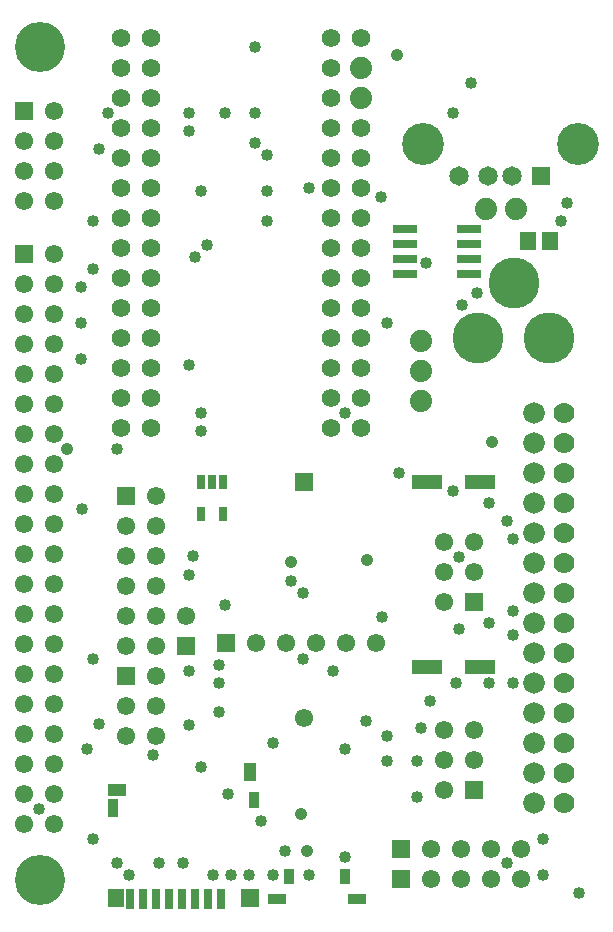
<source format=gts>
G04 DipTrace 3.3.1.3*
G04 T4RA8875TouchShieldcastellated.gts*
%MOIN*%
G04 #@! TF.FileFunction,Soldermask,Top*
G04 #@! TF.Part,Single*
%AMOUTLINE0*
4,1,4,
-0.0175,-0.025,
-0.0175,0.025,
0.0175,0.025,
0.0175,-0.025,
-0.0175,-0.025,
0*%
%AMOUTLINE1*
4,1,4,
0.0285,-0.0155,
-0.0285,-0.0155,
-0.0285,0.0155,
0.0285,0.0155,
0.0285,-0.0155,
0*%
%ADD21R,0.1X0.05*%
%ADD23C,0.17*%
%ADD26C,0.07*%
%ADD27C,0.074*%
%ADD37C,0.06194*%
%ADD38C,0.074*%
%ADD43C,0.04*%
%ADD53C,0.167*%
%ADD55C,0.042*%
%ADD57C,0.139795*%
%ADD59C,0.064992*%
%ADD61R,0.064992X0.064992*%
%ADD63R,0.08074X0.025622*%
%ADD69R,0.025622X0.045307*%
%ADD71R,0.059087X0.04137*%
%ADD73R,0.033496X0.061055*%
%ADD75R,0.033496X0.057118*%
%ADD77R,0.04137X0.063024*%
%ADD79R,0.029559X0.070898*%
%ADD83C,0.072*%
%ADD85C,0.061055*%
%ADD87R,0.061055X0.061055*%
%ADD91R,0.053181X0.061055*%
%ADD96OUTLINE0*%
%ADD97OUTLINE1*%
%FSLAX26Y26*%
G04*
G70*
G90*
G75*
G01*
G04 TopMask*
%LPD*%
D55*
X1713700Y3273700D3*
X1613700Y1588700D3*
X1358700Y1583700D3*
X1393700Y743700D3*
X1413700Y618700D3*
X1393700Y743700D3*
X613700Y1958700D3*
X2028700Y1983700D3*
D53*
X521062Y521062D3*
X521932Y3300590D3*
D43*
X1898700Y1818700D3*
X2018700Y1178700D3*
X1258700Y718700D3*
X918700Y578700D3*
X1218700Y538700D3*
X1298700D3*
X1118700Y1083700D3*
X1823700Y1118700D3*
X998700Y578700D3*
X1718700Y1878700D3*
X1908700Y1178700D3*
X1058700Y2018700D3*
X658700Y2258700D3*
Y2378700D3*
Y2498700D3*
X1138700Y1438700D3*
X1238700Y3298700D3*
Y3078700D3*
X1138700D3*
X1808700Y2578700D3*
X1928700Y2438700D3*
X1958700Y3178700D3*
X1018700Y3018700D3*
X1078700Y2638700D3*
X2018700Y1778700D3*
X2258700Y2718700D3*
X1898700Y3078700D3*
X2078700Y1718700D3*
X2098700Y1418700D3*
X1118700Y1238700D3*
X1018700Y2238700D3*
X698700Y658700D3*
X518700Y758700D3*
X1058700Y898700D3*
X2078700Y578700D3*
X2098700Y1338700D3*
X1018700Y1538700D3*
X1030700Y1603700D3*
X898700Y938700D3*
X1018700Y1218700D3*
Y1038700D3*
X1678700Y1003700D3*
X1538700Y2078700D3*
X1778700Y918700D3*
X1538700Y958700D3*
Y598700D3*
X1663700Y1398700D3*
X1678700Y918700D3*
X2278700Y2778700D3*
X1978700Y2478700D3*
X2098700Y1178700D3*
X1398700Y1478700D3*
X1778700Y798700D3*
X1298700Y978700D3*
X1358700Y1518700D3*
X2018700Y1378700D3*
X1418700Y2828700D3*
X2098700Y1658700D3*
X1658700Y2798700D3*
X1678700Y2378700D3*
X1793700Y1028700D3*
X1608700Y1053700D3*
X1148700Y808700D3*
X818700Y538700D3*
X778700Y578700D3*
X1118700Y1178700D3*
X1018700Y3078700D3*
X748700D3*
X1238700Y2978700D3*
X1338700Y618700D3*
X1278700Y2718700D3*
X1418700Y538700D3*
X1278700Y2938700D3*
X718700Y2958700D3*
X1098700Y538700D3*
X1398700Y1258700D3*
X1158700Y538700D3*
X1278700Y2818700D3*
X1058700D3*
X1498700Y1218700D3*
X1918700Y1358700D3*
Y1598700D3*
X663700Y1758700D3*
X2198700Y538700D3*
Y658700D3*
X2318700Y478700D3*
X698700Y1258700D3*
X678700Y958700D3*
X718700Y1043700D3*
X698700Y2718700D3*
Y2558700D3*
X778700Y1958700D3*
X1038700Y2598700D3*
X1058700Y2078700D3*
D21*
X1813700Y1848700D3*
X1988700D3*
X1813700Y1233700D3*
X1988700D3*
D91*
X2223700Y2653700D3*
X2148897D3*
D23*
X1983700Y2328700D3*
X2219920D3*
X2101810Y2513739D3*
D87*
X1143700Y1313700D3*
D85*
X1243700D3*
X1343700D3*
X1443700D3*
X1543700D3*
X1643700D3*
D26*
X2268700Y2078700D3*
Y1978700D3*
Y1878700D3*
Y1778700D3*
Y1678700D3*
Y1578700D3*
Y1478700D3*
Y1378700D3*
Y1278700D3*
Y1178700D3*
Y1078700D3*
Y978700D3*
Y878700D3*
Y778700D3*
D83*
X2168700Y2078700D3*
Y1978700D3*
Y1878700D3*
Y1778700D3*
Y1678700D3*
Y1578700D3*
Y1478700D3*
Y1378700D3*
Y1278700D3*
Y1178700D3*
Y1078700D3*
Y978700D3*
Y878700D3*
Y778700D3*
D27*
X2008700Y2758700D3*
X2108700D3*
D79*
X823700Y458700D3*
X867046D3*
X910314D3*
X953648Y458687D3*
X996955D3*
X1040249D3*
X1083569D3*
X1126850Y458700D3*
D91*
X776495Y463424D3*
D87*
X1223346D3*
D77*
X1220970Y884081D3*
D75*
X1237099Y788411D3*
D73*
X766653Y762794D3*
D71*
X779212Y821850D3*
D87*
X1726472Y625928D3*
D85*
X1826472D3*
X1926472D3*
X2026472D3*
X2126472D3*
D87*
X1726472Y525928D3*
D85*
X1826472D3*
X1926472D3*
X2026472D3*
X2126472D3*
D87*
X1403700Y1848700D3*
D85*
Y1061298D3*
D87*
X808700Y1203700D3*
D85*
X908700D3*
X808700Y1103700D3*
X908700D3*
X808700Y1003700D3*
X908700D3*
D87*
X808700Y1803700D3*
D85*
X908700D3*
X808700Y1703700D3*
X908700D3*
X808700Y1603700D3*
X908700D3*
X808700Y1503700D3*
X908700D3*
X808700Y1403700D3*
X908700D3*
X808700Y1303700D3*
X908700D3*
D87*
X468700Y2608850D3*
D85*
X568700D3*
X468700Y2508850D3*
X568700D3*
X468700Y2408850D3*
X568700D3*
X468700Y2308850D3*
X568700D3*
X468700Y2208850D3*
X568700D3*
X468700Y2108850D3*
X568700D3*
X468700Y2008850D3*
X568700D3*
X468700Y1908850D3*
X568700D3*
X468700Y1808850D3*
X568700D3*
X468700Y1708850D3*
X568700D3*
X468700Y1608850D3*
X568700D3*
X468700Y1508850D3*
X568700D3*
X468700Y1408850D3*
X568700D3*
X468700Y1308850D3*
X568700D3*
X468700Y1208850D3*
X568700D3*
X468700Y1108850D3*
X568700D3*
X468700Y1008850D3*
X568700D3*
X468700Y908850D3*
X568700D3*
X468700Y808850D3*
X568700D3*
X468700Y708850D3*
X568700D3*
D87*
X468700Y3084399D3*
D85*
X568700D3*
X468700Y2984399D3*
X568700D3*
X468700Y2884399D3*
X568700D3*
X468700Y2784399D3*
X568700D3*
D87*
X1008700Y1303700D3*
D85*
Y1403700D3*
D96*
X1353700Y533700D3*
X1538700D3*
D97*
X1313200Y459200D3*
X1579200D3*
D87*
X1968700Y1448700D3*
D85*
X1868700D3*
X1968700Y1548700D3*
X1868700D3*
X1968700Y1648700D3*
X1868700D3*
D87*
X1968700Y823700D3*
D85*
X1868700D3*
X1968700Y923700D3*
X1868700D3*
X1968700Y1023700D3*
X1868700D3*
D27*
X1793700Y2318700D3*
Y2218700D3*
Y2118700D3*
D69*
X1133700Y1848700D3*
X1096298D3*
X1058897D3*
Y1742401D3*
X1133700D3*
D37*
X893700Y3328700D3*
Y3228700D3*
Y3128700D3*
Y3028700D3*
Y2928700D3*
Y2828700D3*
Y2728700D3*
Y2628700D3*
Y2528700D3*
Y2428700D3*
Y2328700D3*
Y2228700D3*
Y2128700D3*
Y2028700D3*
X793700D3*
X1593700Y2328700D3*
Y2228700D3*
Y2128700D3*
Y2028700D3*
X1493700D3*
Y2128700D3*
Y2228700D3*
Y2328700D3*
Y2428700D3*
Y2528700D3*
Y2628700D3*
Y2728700D3*
Y2828700D3*
Y2928700D3*
Y3028700D3*
Y3128700D3*
Y3228700D3*
Y3328700D3*
X1593700D3*
X793700D3*
Y3228700D3*
Y3128700D3*
Y3028700D3*
Y2928700D3*
D38*
X1593700Y3228700D3*
D37*
X793700Y2328700D3*
Y2128700D3*
X1593700Y2528700D3*
D38*
Y3128700D3*
D37*
X793700Y2228700D3*
Y2428700D3*
Y2528700D3*
X1593700Y2828700D3*
Y2728700D3*
Y2628700D3*
Y2428700D3*
X793700Y2828700D3*
Y2728700D3*
Y2628700D3*
X1593700Y3028700D3*
Y2928700D3*
D63*
X1738700Y2693700D3*
Y2643700D3*
Y2593700D3*
Y2543700D3*
X1951298D3*
Y2593700D3*
Y2643700D3*
Y2693700D3*
D61*
X2193700Y2868700D3*
D59*
X2095275D3*
X2016535D3*
X1918109D3*
D57*
X2314566Y2975393D3*
X1797243D3*
M02*

</source>
